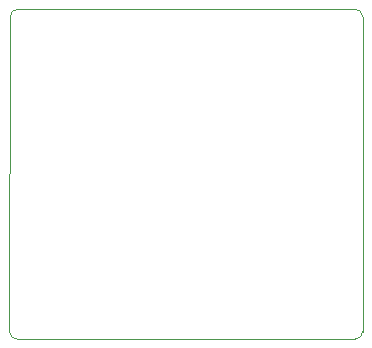
<source format=gm1>
G04 #@! TF.GenerationSoftware,KiCad,Pcbnew,6.0.4-6f826c9f35~116~ubuntu20.04.1*
G04 #@! TF.CreationDate,2022-03-23T14:40:53-04:00*
G04 #@! TF.ProjectId,ESP32 Sensing,45535033-3220-4536-956e-73696e672e6b,rev?*
G04 #@! TF.SameCoordinates,Original*
G04 #@! TF.FileFunction,Profile,NP*
%FSLAX46Y46*%
G04 Gerber Fmt 4.6, Leading zero omitted, Abs format (unit mm)*
G04 Created by KiCad (PCBNEW 6.0.4-6f826c9f35~116~ubuntu20.04.1) date 2022-03-23 14:40:53*
%MOMM*%
%LPD*%
G01*
G04 APERTURE LIST*
G04 #@! TA.AperFunction,Profile*
%ADD10C,0.100000*%
G04 #@! TD*
G04 APERTURE END LIST*
D10*
X146685000Y-123825000D02*
G75*
G03*
X147320000Y-123190000I0J635000D01*
G01*
X147320000Y-96520000D02*
G75*
G03*
X146685000Y-95885000I-635000J0D01*
G01*
X118110000Y-95885000D02*
G75*
G03*
X117475000Y-96520000I0J-635000D01*
G01*
X146685000Y-95885000D02*
X118110000Y-95885000D01*
X117475000Y-96520000D02*
X117417876Y-123247123D01*
X117417902Y-123247121D02*
G75*
G03*
X118110000Y-123825000I634998J57121D01*
G01*
X147320000Y-123190000D02*
X147320000Y-96520000D01*
X118110000Y-123825000D02*
X146685000Y-123825000D01*
M02*

</source>
